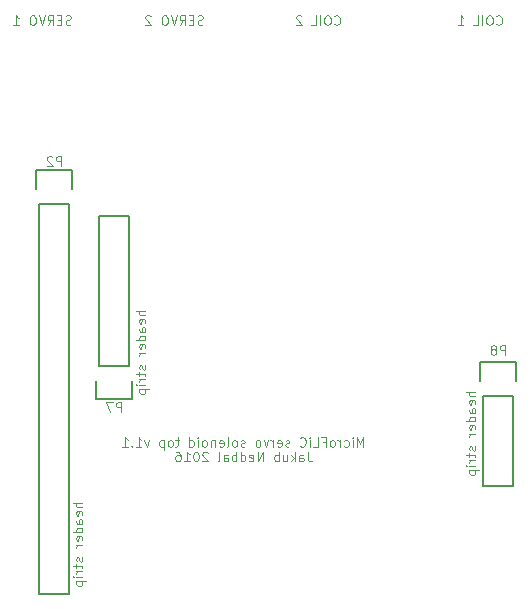
<source format=gbo>
G04 #@! TF.FileFunction,Legend,Bot*
%FSLAX46Y46*%
G04 Gerber Fmt 4.6, Leading zero omitted, Abs format (unit mm)*
G04 Created by KiCad (PCBNEW 4.0.2-4+6225~38~ubuntu14.04.1-stable) date Mon 29 Feb 2016 18:52:31 GMT*
%MOMM*%
G01*
G04 APERTURE LIST*
%ADD10C,0.100000*%
%ADD11C,0.120000*%
%ADD12C,0.150000*%
G04 APERTURE END LIST*
D10*
D11*
X132872478Y-137155905D02*
X132872478Y-136355905D01*
X132605811Y-136927333D01*
X132339144Y-136355905D01*
X132339144Y-137155905D01*
X131958192Y-137155905D02*
X131958192Y-136622571D01*
X131958192Y-136355905D02*
X131996287Y-136394000D01*
X131958192Y-136432095D01*
X131920097Y-136394000D01*
X131958192Y-136355905D01*
X131958192Y-136432095D01*
X131234383Y-137117810D02*
X131310573Y-137155905D01*
X131462954Y-137155905D01*
X131539145Y-137117810D01*
X131577240Y-137079714D01*
X131615335Y-137003524D01*
X131615335Y-136774952D01*
X131577240Y-136698762D01*
X131539145Y-136660667D01*
X131462954Y-136622571D01*
X131310573Y-136622571D01*
X131234383Y-136660667D01*
X130891526Y-137155905D02*
X130891526Y-136622571D01*
X130891526Y-136774952D02*
X130853431Y-136698762D01*
X130815335Y-136660667D01*
X130739145Y-136622571D01*
X130662954Y-136622571D01*
X130282002Y-137155905D02*
X130358193Y-137117810D01*
X130396288Y-137079714D01*
X130434383Y-137003524D01*
X130434383Y-136774952D01*
X130396288Y-136698762D01*
X130358193Y-136660667D01*
X130282002Y-136622571D01*
X130167716Y-136622571D01*
X130091526Y-136660667D01*
X130053431Y-136698762D01*
X130015335Y-136774952D01*
X130015335Y-137003524D01*
X130053431Y-137079714D01*
X130091526Y-137117810D01*
X130167716Y-137155905D01*
X130282002Y-137155905D01*
X129405811Y-136736857D02*
X129672478Y-136736857D01*
X129672478Y-137155905D02*
X129672478Y-136355905D01*
X129291525Y-136355905D01*
X128605811Y-137155905D02*
X128986764Y-137155905D01*
X128986764Y-136355905D01*
X128339145Y-137155905D02*
X128339145Y-136622571D01*
X128339145Y-136355905D02*
X128377240Y-136394000D01*
X128339145Y-136432095D01*
X128301050Y-136394000D01*
X128339145Y-136355905D01*
X128339145Y-136432095D01*
X127501050Y-137079714D02*
X127539145Y-137117810D01*
X127653431Y-137155905D01*
X127729621Y-137155905D01*
X127843907Y-137117810D01*
X127920098Y-137041619D01*
X127958193Y-136965429D01*
X127996288Y-136813048D01*
X127996288Y-136698762D01*
X127958193Y-136546381D01*
X127920098Y-136470190D01*
X127843907Y-136394000D01*
X127729621Y-136355905D01*
X127653431Y-136355905D01*
X127539145Y-136394000D01*
X127501050Y-136432095D01*
X126586764Y-137117810D02*
X126510574Y-137155905D01*
X126358193Y-137155905D01*
X126282002Y-137117810D01*
X126243907Y-137041619D01*
X126243907Y-137003524D01*
X126282002Y-136927333D01*
X126358193Y-136889238D01*
X126472478Y-136889238D01*
X126548669Y-136851143D01*
X126586764Y-136774952D01*
X126586764Y-136736857D01*
X126548669Y-136660667D01*
X126472478Y-136622571D01*
X126358193Y-136622571D01*
X126282002Y-136660667D01*
X125596288Y-137117810D02*
X125672478Y-137155905D01*
X125824859Y-137155905D01*
X125901050Y-137117810D01*
X125939145Y-137041619D01*
X125939145Y-136736857D01*
X125901050Y-136660667D01*
X125824859Y-136622571D01*
X125672478Y-136622571D01*
X125596288Y-136660667D01*
X125558193Y-136736857D01*
X125558193Y-136813048D01*
X125939145Y-136889238D01*
X125215336Y-137155905D02*
X125215336Y-136622571D01*
X125215336Y-136774952D02*
X125177241Y-136698762D01*
X125139145Y-136660667D01*
X125062955Y-136622571D01*
X124986764Y-136622571D01*
X124796288Y-136622571D02*
X124605812Y-137155905D01*
X124415336Y-136622571D01*
X123996288Y-137155905D02*
X124072479Y-137117810D01*
X124110574Y-137079714D01*
X124148669Y-137003524D01*
X124148669Y-136774952D01*
X124110574Y-136698762D01*
X124072479Y-136660667D01*
X123996288Y-136622571D01*
X123882002Y-136622571D01*
X123805812Y-136660667D01*
X123767717Y-136698762D01*
X123729621Y-136774952D01*
X123729621Y-137003524D01*
X123767717Y-137079714D01*
X123805812Y-137117810D01*
X123882002Y-137155905D01*
X123996288Y-137155905D01*
X122815335Y-137117810D02*
X122739145Y-137155905D01*
X122586764Y-137155905D01*
X122510573Y-137117810D01*
X122472478Y-137041619D01*
X122472478Y-137003524D01*
X122510573Y-136927333D01*
X122586764Y-136889238D01*
X122701049Y-136889238D01*
X122777240Y-136851143D01*
X122815335Y-136774952D01*
X122815335Y-136736857D01*
X122777240Y-136660667D01*
X122701049Y-136622571D01*
X122586764Y-136622571D01*
X122510573Y-136660667D01*
X122015335Y-137155905D02*
X122091526Y-137117810D01*
X122129621Y-137079714D01*
X122167716Y-137003524D01*
X122167716Y-136774952D01*
X122129621Y-136698762D01*
X122091526Y-136660667D01*
X122015335Y-136622571D01*
X121901049Y-136622571D01*
X121824859Y-136660667D01*
X121786764Y-136698762D01*
X121748668Y-136774952D01*
X121748668Y-137003524D01*
X121786764Y-137079714D01*
X121824859Y-137117810D01*
X121901049Y-137155905D01*
X122015335Y-137155905D01*
X121291525Y-137155905D02*
X121367716Y-137117810D01*
X121405811Y-137041619D01*
X121405811Y-136355905D01*
X120682001Y-137117810D02*
X120758191Y-137155905D01*
X120910572Y-137155905D01*
X120986763Y-137117810D01*
X121024858Y-137041619D01*
X121024858Y-136736857D01*
X120986763Y-136660667D01*
X120910572Y-136622571D01*
X120758191Y-136622571D01*
X120682001Y-136660667D01*
X120643906Y-136736857D01*
X120643906Y-136813048D01*
X121024858Y-136889238D01*
X120301049Y-136622571D02*
X120301049Y-137155905D01*
X120301049Y-136698762D02*
X120262954Y-136660667D01*
X120186763Y-136622571D01*
X120072477Y-136622571D01*
X119996287Y-136660667D01*
X119958192Y-136736857D01*
X119958192Y-137155905D01*
X119462953Y-137155905D02*
X119539144Y-137117810D01*
X119577239Y-137079714D01*
X119615334Y-137003524D01*
X119615334Y-136774952D01*
X119577239Y-136698762D01*
X119539144Y-136660667D01*
X119462953Y-136622571D01*
X119348667Y-136622571D01*
X119272477Y-136660667D01*
X119234382Y-136698762D01*
X119196286Y-136774952D01*
X119196286Y-137003524D01*
X119234382Y-137079714D01*
X119272477Y-137117810D01*
X119348667Y-137155905D01*
X119462953Y-137155905D01*
X118853429Y-137155905D02*
X118853429Y-136622571D01*
X118853429Y-136355905D02*
X118891524Y-136394000D01*
X118853429Y-136432095D01*
X118815334Y-136394000D01*
X118853429Y-136355905D01*
X118853429Y-136432095D01*
X118129620Y-137155905D02*
X118129620Y-136355905D01*
X118129620Y-137117810D02*
X118205810Y-137155905D01*
X118358191Y-137155905D01*
X118434382Y-137117810D01*
X118472477Y-137079714D01*
X118510572Y-137003524D01*
X118510572Y-136774952D01*
X118472477Y-136698762D01*
X118434382Y-136660667D01*
X118358191Y-136622571D01*
X118205810Y-136622571D01*
X118129620Y-136660667D01*
X117253429Y-136622571D02*
X116948667Y-136622571D01*
X117139143Y-136355905D02*
X117139143Y-137041619D01*
X117101048Y-137117810D01*
X117024857Y-137155905D01*
X116948667Y-137155905D01*
X116567714Y-137155905D02*
X116643905Y-137117810D01*
X116682000Y-137079714D01*
X116720095Y-137003524D01*
X116720095Y-136774952D01*
X116682000Y-136698762D01*
X116643905Y-136660667D01*
X116567714Y-136622571D01*
X116453428Y-136622571D01*
X116377238Y-136660667D01*
X116339143Y-136698762D01*
X116301047Y-136774952D01*
X116301047Y-137003524D01*
X116339143Y-137079714D01*
X116377238Y-137117810D01*
X116453428Y-137155905D01*
X116567714Y-137155905D01*
X115958190Y-136622571D02*
X115958190Y-137422571D01*
X115958190Y-136660667D02*
X115881999Y-136622571D01*
X115729618Y-136622571D01*
X115653428Y-136660667D01*
X115615333Y-136698762D01*
X115577237Y-136774952D01*
X115577237Y-137003524D01*
X115615333Y-137079714D01*
X115653428Y-137117810D01*
X115729618Y-137155905D01*
X115881999Y-137155905D01*
X115958190Y-137117810D01*
X114701046Y-136622571D02*
X114510570Y-137155905D01*
X114320094Y-136622571D01*
X113596284Y-137155905D02*
X114053427Y-137155905D01*
X113824856Y-137155905D02*
X113824856Y-136355905D01*
X113901046Y-136470190D01*
X113977237Y-136546381D01*
X114053427Y-136584476D01*
X113253427Y-137079714D02*
X113215332Y-137117810D01*
X113253427Y-137155905D01*
X113291522Y-137117810D01*
X113253427Y-137079714D01*
X113253427Y-137155905D01*
X112453427Y-137155905D02*
X112910570Y-137155905D01*
X112681999Y-137155905D02*
X112681999Y-136355905D01*
X112758189Y-136470190D01*
X112834380Y-136546381D01*
X112910570Y-136584476D01*
X128167716Y-137595905D02*
X128167716Y-138167333D01*
X128205812Y-138281619D01*
X128282002Y-138357810D01*
X128396288Y-138395905D01*
X128472478Y-138395905D01*
X127443907Y-138395905D02*
X127443907Y-137976857D01*
X127482002Y-137900667D01*
X127558192Y-137862571D01*
X127710573Y-137862571D01*
X127786764Y-137900667D01*
X127443907Y-138357810D02*
X127520097Y-138395905D01*
X127710573Y-138395905D01*
X127786764Y-138357810D01*
X127824859Y-138281619D01*
X127824859Y-138205429D01*
X127786764Y-138129238D01*
X127710573Y-138091143D01*
X127520097Y-138091143D01*
X127443907Y-138053048D01*
X127062954Y-138395905D02*
X127062954Y-137595905D01*
X126986763Y-138091143D02*
X126758192Y-138395905D01*
X126758192Y-137862571D02*
X127062954Y-138167333D01*
X126072478Y-137862571D02*
X126072478Y-138395905D01*
X126415335Y-137862571D02*
X126415335Y-138281619D01*
X126377240Y-138357810D01*
X126301049Y-138395905D01*
X126186763Y-138395905D01*
X126110573Y-138357810D01*
X126072478Y-138319714D01*
X125691525Y-138395905D02*
X125691525Y-137595905D01*
X125691525Y-137900667D02*
X125615334Y-137862571D01*
X125462953Y-137862571D01*
X125386763Y-137900667D01*
X125348668Y-137938762D01*
X125310572Y-138014952D01*
X125310572Y-138243524D01*
X125348668Y-138319714D01*
X125386763Y-138357810D01*
X125462953Y-138395905D01*
X125615334Y-138395905D01*
X125691525Y-138357810D01*
X124358191Y-138395905D02*
X124358191Y-137595905D01*
X123901048Y-138395905D01*
X123901048Y-137595905D01*
X123215334Y-138357810D02*
X123291524Y-138395905D01*
X123443905Y-138395905D01*
X123520096Y-138357810D01*
X123558191Y-138281619D01*
X123558191Y-137976857D01*
X123520096Y-137900667D01*
X123443905Y-137862571D01*
X123291524Y-137862571D01*
X123215334Y-137900667D01*
X123177239Y-137976857D01*
X123177239Y-138053048D01*
X123558191Y-138129238D01*
X122491525Y-138395905D02*
X122491525Y-137595905D01*
X122491525Y-138357810D02*
X122567715Y-138395905D01*
X122720096Y-138395905D01*
X122796287Y-138357810D01*
X122834382Y-138319714D01*
X122872477Y-138243524D01*
X122872477Y-138014952D01*
X122834382Y-137938762D01*
X122796287Y-137900667D01*
X122720096Y-137862571D01*
X122567715Y-137862571D01*
X122491525Y-137900667D01*
X122110572Y-138395905D02*
X122110572Y-137595905D01*
X122110572Y-137900667D02*
X122034381Y-137862571D01*
X121882000Y-137862571D01*
X121805810Y-137900667D01*
X121767715Y-137938762D01*
X121729619Y-138014952D01*
X121729619Y-138243524D01*
X121767715Y-138319714D01*
X121805810Y-138357810D01*
X121882000Y-138395905D01*
X122034381Y-138395905D01*
X122110572Y-138357810D01*
X121043905Y-138395905D02*
X121043905Y-137976857D01*
X121082000Y-137900667D01*
X121158190Y-137862571D01*
X121310571Y-137862571D01*
X121386762Y-137900667D01*
X121043905Y-138357810D02*
X121120095Y-138395905D01*
X121310571Y-138395905D01*
X121386762Y-138357810D01*
X121424857Y-138281619D01*
X121424857Y-138205429D01*
X121386762Y-138129238D01*
X121310571Y-138091143D01*
X121120095Y-138091143D01*
X121043905Y-138053048D01*
X120548666Y-138395905D02*
X120624857Y-138357810D01*
X120662952Y-138281619D01*
X120662952Y-137595905D01*
X119672475Y-137672095D02*
X119634380Y-137634000D01*
X119558189Y-137595905D01*
X119367713Y-137595905D01*
X119291523Y-137634000D01*
X119253427Y-137672095D01*
X119215332Y-137748286D01*
X119215332Y-137824476D01*
X119253427Y-137938762D01*
X119710570Y-138395905D01*
X119215332Y-138395905D01*
X118720094Y-137595905D02*
X118643903Y-137595905D01*
X118567713Y-137634000D01*
X118529618Y-137672095D01*
X118491522Y-137748286D01*
X118453427Y-137900667D01*
X118453427Y-138091143D01*
X118491522Y-138243524D01*
X118529618Y-138319714D01*
X118567713Y-138357810D01*
X118643903Y-138395905D01*
X118720094Y-138395905D01*
X118796284Y-138357810D01*
X118834380Y-138319714D01*
X118872475Y-138243524D01*
X118910570Y-138091143D01*
X118910570Y-137900667D01*
X118872475Y-137748286D01*
X118834380Y-137672095D01*
X118796284Y-137634000D01*
X118720094Y-137595905D01*
X117691522Y-138395905D02*
X118148665Y-138395905D01*
X117920094Y-138395905D02*
X117920094Y-137595905D01*
X117996284Y-137710190D01*
X118072475Y-137786381D01*
X118148665Y-137824476D01*
X117005808Y-137595905D02*
X117158189Y-137595905D01*
X117234379Y-137634000D01*
X117272474Y-137672095D01*
X117348665Y-137786381D01*
X117386760Y-137938762D01*
X117386760Y-138243524D01*
X117348665Y-138319714D01*
X117310570Y-138357810D01*
X117234379Y-138395905D01*
X117081998Y-138395905D01*
X117005808Y-138357810D01*
X116967712Y-138319714D01*
X116929617Y-138243524D01*
X116929617Y-138053048D01*
X116967712Y-137976857D01*
X117005808Y-137938762D01*
X117081998Y-137900667D01*
X117234379Y-137900667D01*
X117310570Y-137938762D01*
X117348665Y-137976857D01*
X117386760Y-138053048D01*
X114407905Y-125680094D02*
X113607905Y-125680094D01*
X114407905Y-126022951D02*
X113988857Y-126022951D01*
X113912667Y-125984856D01*
X113874571Y-125908666D01*
X113874571Y-125794380D01*
X113912667Y-125718189D01*
X113950762Y-125680094D01*
X114369810Y-126708666D02*
X114407905Y-126632476D01*
X114407905Y-126480095D01*
X114369810Y-126403904D01*
X114293619Y-126365809D01*
X113988857Y-126365809D01*
X113912667Y-126403904D01*
X113874571Y-126480095D01*
X113874571Y-126632476D01*
X113912667Y-126708666D01*
X113988857Y-126746761D01*
X114065048Y-126746761D01*
X114141238Y-126365809D01*
X114407905Y-127432475D02*
X113988857Y-127432475D01*
X113912667Y-127394380D01*
X113874571Y-127318190D01*
X113874571Y-127165809D01*
X113912667Y-127089618D01*
X114369810Y-127432475D02*
X114407905Y-127356285D01*
X114407905Y-127165809D01*
X114369810Y-127089618D01*
X114293619Y-127051523D01*
X114217429Y-127051523D01*
X114141238Y-127089618D01*
X114103143Y-127165809D01*
X114103143Y-127356285D01*
X114065048Y-127432475D01*
X114407905Y-128156285D02*
X113607905Y-128156285D01*
X114369810Y-128156285D02*
X114407905Y-128080095D01*
X114407905Y-127927714D01*
X114369810Y-127851523D01*
X114331714Y-127813428D01*
X114255524Y-127775333D01*
X114026952Y-127775333D01*
X113950762Y-127813428D01*
X113912667Y-127851523D01*
X113874571Y-127927714D01*
X113874571Y-128080095D01*
X113912667Y-128156285D01*
X114369810Y-128842000D02*
X114407905Y-128765810D01*
X114407905Y-128613429D01*
X114369810Y-128537238D01*
X114293619Y-128499143D01*
X113988857Y-128499143D01*
X113912667Y-128537238D01*
X113874571Y-128613429D01*
X113874571Y-128765810D01*
X113912667Y-128842000D01*
X113988857Y-128880095D01*
X114065048Y-128880095D01*
X114141238Y-128499143D01*
X114407905Y-129222952D02*
X113874571Y-129222952D01*
X114026952Y-129222952D02*
X113950762Y-129261047D01*
X113912667Y-129299143D01*
X113874571Y-129375333D01*
X113874571Y-129451524D01*
X114369810Y-130289619D02*
X114407905Y-130365809D01*
X114407905Y-130518190D01*
X114369810Y-130594381D01*
X114293619Y-130632476D01*
X114255524Y-130632476D01*
X114179333Y-130594381D01*
X114141238Y-130518190D01*
X114141238Y-130403905D01*
X114103143Y-130327714D01*
X114026952Y-130289619D01*
X113988857Y-130289619D01*
X113912667Y-130327714D01*
X113874571Y-130403905D01*
X113874571Y-130518190D01*
X113912667Y-130594381D01*
X113874571Y-130861047D02*
X113874571Y-131165809D01*
X113607905Y-130975333D02*
X114293619Y-130975333D01*
X114369810Y-131013428D01*
X114407905Y-131089619D01*
X114407905Y-131165809D01*
X114407905Y-131432476D02*
X113874571Y-131432476D01*
X114026952Y-131432476D02*
X113950762Y-131470571D01*
X113912667Y-131508667D01*
X113874571Y-131584857D01*
X113874571Y-131661048D01*
X114407905Y-131927714D02*
X113874571Y-131927714D01*
X113607905Y-131927714D02*
X113646000Y-131889619D01*
X113684095Y-131927714D01*
X113646000Y-131965809D01*
X113607905Y-131927714D01*
X113684095Y-131927714D01*
X113874571Y-132308666D02*
X114674571Y-132308666D01*
X113912667Y-132308666D02*
X113874571Y-132384857D01*
X113874571Y-132537238D01*
X113912667Y-132613428D01*
X113950762Y-132651523D01*
X114026952Y-132689619D01*
X114255524Y-132689619D01*
X114331714Y-132651523D01*
X114369810Y-132613428D01*
X114407905Y-132537238D01*
X114407905Y-132384857D01*
X114369810Y-132308666D01*
X142347905Y-132538094D02*
X141547905Y-132538094D01*
X142347905Y-132880951D02*
X141928857Y-132880951D01*
X141852667Y-132842856D01*
X141814571Y-132766666D01*
X141814571Y-132652380D01*
X141852667Y-132576189D01*
X141890762Y-132538094D01*
X142309810Y-133566666D02*
X142347905Y-133490476D01*
X142347905Y-133338095D01*
X142309810Y-133261904D01*
X142233619Y-133223809D01*
X141928857Y-133223809D01*
X141852667Y-133261904D01*
X141814571Y-133338095D01*
X141814571Y-133490476D01*
X141852667Y-133566666D01*
X141928857Y-133604761D01*
X142005048Y-133604761D01*
X142081238Y-133223809D01*
X142347905Y-134290475D02*
X141928857Y-134290475D01*
X141852667Y-134252380D01*
X141814571Y-134176190D01*
X141814571Y-134023809D01*
X141852667Y-133947618D01*
X142309810Y-134290475D02*
X142347905Y-134214285D01*
X142347905Y-134023809D01*
X142309810Y-133947618D01*
X142233619Y-133909523D01*
X142157429Y-133909523D01*
X142081238Y-133947618D01*
X142043143Y-134023809D01*
X142043143Y-134214285D01*
X142005048Y-134290475D01*
X142347905Y-135014285D02*
X141547905Y-135014285D01*
X142309810Y-135014285D02*
X142347905Y-134938095D01*
X142347905Y-134785714D01*
X142309810Y-134709523D01*
X142271714Y-134671428D01*
X142195524Y-134633333D01*
X141966952Y-134633333D01*
X141890762Y-134671428D01*
X141852667Y-134709523D01*
X141814571Y-134785714D01*
X141814571Y-134938095D01*
X141852667Y-135014285D01*
X142309810Y-135700000D02*
X142347905Y-135623810D01*
X142347905Y-135471429D01*
X142309810Y-135395238D01*
X142233619Y-135357143D01*
X141928857Y-135357143D01*
X141852667Y-135395238D01*
X141814571Y-135471429D01*
X141814571Y-135623810D01*
X141852667Y-135700000D01*
X141928857Y-135738095D01*
X142005048Y-135738095D01*
X142081238Y-135357143D01*
X142347905Y-136080952D02*
X141814571Y-136080952D01*
X141966952Y-136080952D02*
X141890762Y-136119047D01*
X141852667Y-136157143D01*
X141814571Y-136233333D01*
X141814571Y-136309524D01*
X142309810Y-137147619D02*
X142347905Y-137223809D01*
X142347905Y-137376190D01*
X142309810Y-137452381D01*
X142233619Y-137490476D01*
X142195524Y-137490476D01*
X142119333Y-137452381D01*
X142081238Y-137376190D01*
X142081238Y-137261905D01*
X142043143Y-137185714D01*
X141966952Y-137147619D01*
X141928857Y-137147619D01*
X141852667Y-137185714D01*
X141814571Y-137261905D01*
X141814571Y-137376190D01*
X141852667Y-137452381D01*
X141814571Y-137719047D02*
X141814571Y-138023809D01*
X141547905Y-137833333D02*
X142233619Y-137833333D01*
X142309810Y-137871428D01*
X142347905Y-137947619D01*
X142347905Y-138023809D01*
X142347905Y-138290476D02*
X141814571Y-138290476D01*
X141966952Y-138290476D02*
X141890762Y-138328571D01*
X141852667Y-138366667D01*
X141814571Y-138442857D01*
X141814571Y-138519048D01*
X142347905Y-138785714D02*
X141814571Y-138785714D01*
X141547905Y-138785714D02*
X141586000Y-138747619D01*
X141624095Y-138785714D01*
X141586000Y-138823809D01*
X141547905Y-138785714D01*
X141624095Y-138785714D01*
X141814571Y-139166666D02*
X142614571Y-139166666D01*
X141852667Y-139166666D02*
X141814571Y-139242857D01*
X141814571Y-139395238D01*
X141852667Y-139471428D01*
X141890762Y-139509523D01*
X141966952Y-139547619D01*
X142195524Y-139547619D01*
X142271714Y-139509523D01*
X142309810Y-139471428D01*
X142347905Y-139395238D01*
X142347905Y-139242857D01*
X142309810Y-139166666D01*
X119278095Y-101415810D02*
X119163809Y-101453905D01*
X118973333Y-101453905D01*
X118897143Y-101415810D01*
X118859047Y-101377714D01*
X118820952Y-101301524D01*
X118820952Y-101225333D01*
X118859047Y-101149143D01*
X118897143Y-101111048D01*
X118973333Y-101072952D01*
X119125714Y-101034857D01*
X119201905Y-100996762D01*
X119240000Y-100958667D01*
X119278095Y-100882476D01*
X119278095Y-100806286D01*
X119240000Y-100730095D01*
X119201905Y-100692000D01*
X119125714Y-100653905D01*
X118935238Y-100653905D01*
X118820952Y-100692000D01*
X118478095Y-101034857D02*
X118211428Y-101034857D01*
X118097142Y-101453905D02*
X118478095Y-101453905D01*
X118478095Y-100653905D01*
X118097142Y-100653905D01*
X117297142Y-101453905D02*
X117563809Y-101072952D01*
X117754285Y-101453905D02*
X117754285Y-100653905D01*
X117449523Y-100653905D01*
X117373332Y-100692000D01*
X117335237Y-100730095D01*
X117297142Y-100806286D01*
X117297142Y-100920571D01*
X117335237Y-100996762D01*
X117373332Y-101034857D01*
X117449523Y-101072952D01*
X117754285Y-101072952D01*
X117068571Y-100653905D02*
X116801904Y-101453905D01*
X116535237Y-100653905D01*
X116116190Y-100653905D02*
X115963809Y-100653905D01*
X115887618Y-100692000D01*
X115811428Y-100768190D01*
X115773333Y-100920571D01*
X115773333Y-101187238D01*
X115811428Y-101339619D01*
X115887618Y-101415810D01*
X115963809Y-101453905D01*
X116116190Y-101453905D01*
X116192380Y-101415810D01*
X116268571Y-101339619D01*
X116306666Y-101187238D01*
X116306666Y-100920571D01*
X116268571Y-100768190D01*
X116192380Y-100692000D01*
X116116190Y-100653905D01*
X114859047Y-100730095D02*
X114820952Y-100692000D01*
X114744761Y-100653905D01*
X114554285Y-100653905D01*
X114478095Y-100692000D01*
X114439999Y-100730095D01*
X114401904Y-100806286D01*
X114401904Y-100882476D01*
X114439999Y-100996762D01*
X114897142Y-101453905D01*
X114401904Y-101453905D01*
X108102095Y-101415810D02*
X107987809Y-101453905D01*
X107797333Y-101453905D01*
X107721143Y-101415810D01*
X107683047Y-101377714D01*
X107644952Y-101301524D01*
X107644952Y-101225333D01*
X107683047Y-101149143D01*
X107721143Y-101111048D01*
X107797333Y-101072952D01*
X107949714Y-101034857D01*
X108025905Y-100996762D01*
X108064000Y-100958667D01*
X108102095Y-100882476D01*
X108102095Y-100806286D01*
X108064000Y-100730095D01*
X108025905Y-100692000D01*
X107949714Y-100653905D01*
X107759238Y-100653905D01*
X107644952Y-100692000D01*
X107302095Y-101034857D02*
X107035428Y-101034857D01*
X106921142Y-101453905D02*
X107302095Y-101453905D01*
X107302095Y-100653905D01*
X106921142Y-100653905D01*
X106121142Y-101453905D02*
X106387809Y-101072952D01*
X106578285Y-101453905D02*
X106578285Y-100653905D01*
X106273523Y-100653905D01*
X106197332Y-100692000D01*
X106159237Y-100730095D01*
X106121142Y-100806286D01*
X106121142Y-100920571D01*
X106159237Y-100996762D01*
X106197332Y-101034857D01*
X106273523Y-101072952D01*
X106578285Y-101072952D01*
X105892571Y-100653905D02*
X105625904Y-101453905D01*
X105359237Y-100653905D01*
X104940190Y-100653905D02*
X104787809Y-100653905D01*
X104711618Y-100692000D01*
X104635428Y-100768190D01*
X104597333Y-100920571D01*
X104597333Y-101187238D01*
X104635428Y-101339619D01*
X104711618Y-101415810D01*
X104787809Y-101453905D01*
X104940190Y-101453905D01*
X105016380Y-101415810D01*
X105092571Y-101339619D01*
X105130666Y-101187238D01*
X105130666Y-100920571D01*
X105092571Y-100768190D01*
X105016380Y-100692000D01*
X104940190Y-100653905D01*
X103225904Y-101453905D02*
X103683047Y-101453905D01*
X103454476Y-101453905D02*
X103454476Y-100653905D01*
X103530666Y-100768190D01*
X103606857Y-100844381D01*
X103683047Y-100882476D01*
X144119428Y-101377714D02*
X144157523Y-101415810D01*
X144271809Y-101453905D01*
X144347999Y-101453905D01*
X144462285Y-101415810D01*
X144538476Y-101339619D01*
X144576571Y-101263429D01*
X144614666Y-101111048D01*
X144614666Y-100996762D01*
X144576571Y-100844381D01*
X144538476Y-100768190D01*
X144462285Y-100692000D01*
X144347999Y-100653905D01*
X144271809Y-100653905D01*
X144157523Y-100692000D01*
X144119428Y-100730095D01*
X143624190Y-100653905D02*
X143471809Y-100653905D01*
X143395618Y-100692000D01*
X143319428Y-100768190D01*
X143281333Y-100920571D01*
X143281333Y-101187238D01*
X143319428Y-101339619D01*
X143395618Y-101415810D01*
X143471809Y-101453905D01*
X143624190Y-101453905D01*
X143700380Y-101415810D01*
X143776571Y-101339619D01*
X143814666Y-101187238D01*
X143814666Y-100920571D01*
X143776571Y-100768190D01*
X143700380Y-100692000D01*
X143624190Y-100653905D01*
X142938476Y-101453905D02*
X142938476Y-100653905D01*
X142176571Y-101453905D02*
X142557524Y-101453905D01*
X142557524Y-100653905D01*
X140881333Y-101453905D02*
X141338476Y-101453905D01*
X141109905Y-101453905D02*
X141109905Y-100653905D01*
X141186095Y-100768190D01*
X141262286Y-100844381D01*
X141338476Y-100882476D01*
X130403428Y-101377714D02*
X130441523Y-101415810D01*
X130555809Y-101453905D01*
X130631999Y-101453905D01*
X130746285Y-101415810D01*
X130822476Y-101339619D01*
X130860571Y-101263429D01*
X130898666Y-101111048D01*
X130898666Y-100996762D01*
X130860571Y-100844381D01*
X130822476Y-100768190D01*
X130746285Y-100692000D01*
X130631999Y-100653905D01*
X130555809Y-100653905D01*
X130441523Y-100692000D01*
X130403428Y-100730095D01*
X129908190Y-100653905D02*
X129755809Y-100653905D01*
X129679618Y-100692000D01*
X129603428Y-100768190D01*
X129565333Y-100920571D01*
X129565333Y-101187238D01*
X129603428Y-101339619D01*
X129679618Y-101415810D01*
X129755809Y-101453905D01*
X129908190Y-101453905D01*
X129984380Y-101415810D01*
X130060571Y-101339619D01*
X130098666Y-101187238D01*
X130098666Y-100920571D01*
X130060571Y-100768190D01*
X129984380Y-100692000D01*
X129908190Y-100653905D01*
X129222476Y-101453905D02*
X129222476Y-100653905D01*
X128460571Y-101453905D02*
X128841524Y-101453905D01*
X128841524Y-100653905D01*
X127622476Y-100730095D02*
X127584381Y-100692000D01*
X127508190Y-100653905D01*
X127317714Y-100653905D01*
X127241524Y-100692000D01*
X127203428Y-100730095D01*
X127165333Y-100806286D01*
X127165333Y-100882476D01*
X127203428Y-100996762D01*
X127660571Y-101453905D01*
X127165333Y-101453905D01*
X109073905Y-141936094D02*
X108273905Y-141936094D01*
X109073905Y-142278951D02*
X108654857Y-142278951D01*
X108578667Y-142240856D01*
X108540571Y-142164666D01*
X108540571Y-142050380D01*
X108578667Y-141974189D01*
X108616762Y-141936094D01*
X109035810Y-142964666D02*
X109073905Y-142888476D01*
X109073905Y-142736095D01*
X109035810Y-142659904D01*
X108959619Y-142621809D01*
X108654857Y-142621809D01*
X108578667Y-142659904D01*
X108540571Y-142736095D01*
X108540571Y-142888476D01*
X108578667Y-142964666D01*
X108654857Y-143002761D01*
X108731048Y-143002761D01*
X108807238Y-142621809D01*
X109073905Y-143688475D02*
X108654857Y-143688475D01*
X108578667Y-143650380D01*
X108540571Y-143574190D01*
X108540571Y-143421809D01*
X108578667Y-143345618D01*
X109035810Y-143688475D02*
X109073905Y-143612285D01*
X109073905Y-143421809D01*
X109035810Y-143345618D01*
X108959619Y-143307523D01*
X108883429Y-143307523D01*
X108807238Y-143345618D01*
X108769143Y-143421809D01*
X108769143Y-143612285D01*
X108731048Y-143688475D01*
X109073905Y-144412285D02*
X108273905Y-144412285D01*
X109035810Y-144412285D02*
X109073905Y-144336095D01*
X109073905Y-144183714D01*
X109035810Y-144107523D01*
X108997714Y-144069428D01*
X108921524Y-144031333D01*
X108692952Y-144031333D01*
X108616762Y-144069428D01*
X108578667Y-144107523D01*
X108540571Y-144183714D01*
X108540571Y-144336095D01*
X108578667Y-144412285D01*
X109035810Y-145098000D02*
X109073905Y-145021810D01*
X109073905Y-144869429D01*
X109035810Y-144793238D01*
X108959619Y-144755143D01*
X108654857Y-144755143D01*
X108578667Y-144793238D01*
X108540571Y-144869429D01*
X108540571Y-145021810D01*
X108578667Y-145098000D01*
X108654857Y-145136095D01*
X108731048Y-145136095D01*
X108807238Y-144755143D01*
X109073905Y-145478952D02*
X108540571Y-145478952D01*
X108692952Y-145478952D02*
X108616762Y-145517047D01*
X108578667Y-145555143D01*
X108540571Y-145631333D01*
X108540571Y-145707524D01*
X109035810Y-146545619D02*
X109073905Y-146621809D01*
X109073905Y-146774190D01*
X109035810Y-146850381D01*
X108959619Y-146888476D01*
X108921524Y-146888476D01*
X108845333Y-146850381D01*
X108807238Y-146774190D01*
X108807238Y-146659905D01*
X108769143Y-146583714D01*
X108692952Y-146545619D01*
X108654857Y-146545619D01*
X108578667Y-146583714D01*
X108540571Y-146659905D01*
X108540571Y-146774190D01*
X108578667Y-146850381D01*
X108540571Y-147117047D02*
X108540571Y-147421809D01*
X108273905Y-147231333D02*
X108959619Y-147231333D01*
X109035810Y-147269428D01*
X109073905Y-147345619D01*
X109073905Y-147421809D01*
X109073905Y-147688476D02*
X108540571Y-147688476D01*
X108692952Y-147688476D02*
X108616762Y-147726571D01*
X108578667Y-147764667D01*
X108540571Y-147840857D01*
X108540571Y-147917048D01*
X109073905Y-148183714D02*
X108540571Y-148183714D01*
X108273905Y-148183714D02*
X108312000Y-148145619D01*
X108350095Y-148183714D01*
X108312000Y-148221809D01*
X108273905Y-148183714D01*
X108350095Y-148183714D01*
X108540571Y-148564666D02*
X109340571Y-148564666D01*
X108578667Y-148564666D02*
X108540571Y-148640857D01*
X108540571Y-148793238D01*
X108578667Y-148869428D01*
X108616762Y-148907523D01*
X108692952Y-148945619D01*
X108921524Y-148945619D01*
X108997714Y-148907523D01*
X109035810Y-148869428D01*
X109073905Y-148793238D01*
X109073905Y-148640857D01*
X109035810Y-148564666D01*
D12*
X107950000Y-116586000D02*
X107950000Y-149606000D01*
X107950000Y-149606000D02*
X105410000Y-149606000D01*
X105410000Y-149606000D02*
X105410000Y-116586000D01*
X105130000Y-113766000D02*
X105130000Y-115316000D01*
X105410000Y-116586000D02*
X107950000Y-116586000D01*
X108230000Y-115316000D02*
X108230000Y-113766000D01*
X108230000Y-113766000D02*
X105130000Y-113766000D01*
X113030000Y-130302000D02*
X113030000Y-117602000D01*
X113030000Y-117602000D02*
X110490000Y-117602000D01*
X110490000Y-117602000D02*
X110490000Y-130302000D01*
X113310000Y-133122000D02*
X113310000Y-131572000D01*
X113030000Y-130302000D02*
X110490000Y-130302000D01*
X110210000Y-131572000D02*
X110210000Y-133122000D01*
X110210000Y-133122000D02*
X113310000Y-133122000D01*
X145542000Y-132842000D02*
X145542000Y-140462000D01*
X143002000Y-132842000D02*
X143002000Y-140462000D01*
X142722000Y-130022000D02*
X142722000Y-131572000D01*
X145542000Y-140462000D02*
X143002000Y-140462000D01*
X143002000Y-132842000D02*
X145542000Y-132842000D01*
X145822000Y-131572000D02*
X145822000Y-130022000D01*
X145822000Y-130022000D02*
X142722000Y-130022000D01*
D11*
X107270476Y-113391905D02*
X107270476Y-112591905D01*
X106965714Y-112591905D01*
X106889523Y-112630000D01*
X106851428Y-112668095D01*
X106813333Y-112744286D01*
X106813333Y-112858571D01*
X106851428Y-112934762D01*
X106889523Y-112972857D01*
X106965714Y-113010952D01*
X107270476Y-113010952D01*
X106508571Y-112668095D02*
X106470476Y-112630000D01*
X106394285Y-112591905D01*
X106203809Y-112591905D01*
X106127619Y-112630000D01*
X106089523Y-112668095D01*
X106051428Y-112744286D01*
X106051428Y-112820476D01*
X106089523Y-112934762D01*
X106546666Y-113391905D01*
X106051428Y-113391905D01*
X112350476Y-134219905D02*
X112350476Y-133419905D01*
X112045714Y-133419905D01*
X111969523Y-133458000D01*
X111931428Y-133496095D01*
X111893333Y-133572286D01*
X111893333Y-133686571D01*
X111931428Y-133762762D01*
X111969523Y-133800857D01*
X112045714Y-133838952D01*
X112350476Y-133838952D01*
X111626666Y-133419905D02*
X111093333Y-133419905D01*
X111436190Y-134219905D01*
X144862476Y-129393905D02*
X144862476Y-128593905D01*
X144557714Y-128593905D01*
X144481523Y-128632000D01*
X144443428Y-128670095D01*
X144405333Y-128746286D01*
X144405333Y-128860571D01*
X144443428Y-128936762D01*
X144481523Y-128974857D01*
X144557714Y-129012952D01*
X144862476Y-129012952D01*
X143948190Y-128936762D02*
X144024381Y-128898667D01*
X144062476Y-128860571D01*
X144100571Y-128784381D01*
X144100571Y-128746286D01*
X144062476Y-128670095D01*
X144024381Y-128632000D01*
X143948190Y-128593905D01*
X143795809Y-128593905D01*
X143719619Y-128632000D01*
X143681523Y-128670095D01*
X143643428Y-128746286D01*
X143643428Y-128784381D01*
X143681523Y-128860571D01*
X143719619Y-128898667D01*
X143795809Y-128936762D01*
X143948190Y-128936762D01*
X144024381Y-128974857D01*
X144062476Y-129012952D01*
X144100571Y-129089143D01*
X144100571Y-129241524D01*
X144062476Y-129317714D01*
X144024381Y-129355810D01*
X143948190Y-129393905D01*
X143795809Y-129393905D01*
X143719619Y-129355810D01*
X143681523Y-129317714D01*
X143643428Y-129241524D01*
X143643428Y-129089143D01*
X143681523Y-129012952D01*
X143719619Y-128974857D01*
X143795809Y-128936762D01*
M02*

</source>
